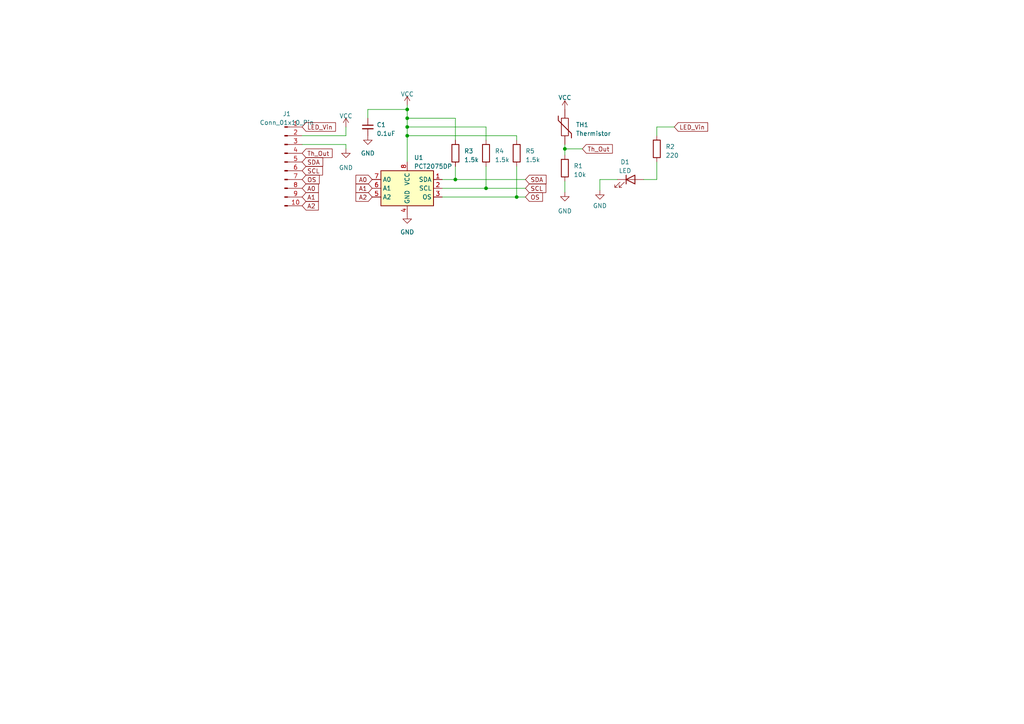
<source format=kicad_sch>
(kicad_sch (version 20230121) (generator eeschema)

  (uuid 9f9a26a9-ae04-400f-b89b-831b78dd08ca)

  (paper "A4")

  (lib_symbols
    (symbol "Connector:Conn_01x10_Pin" (pin_names (offset 1.016) hide) (in_bom yes) (on_board yes)
      (property "Reference" "J" (at 0 12.7 0)
        (effects (font (size 1.27 1.27)))
      )
      (property "Value" "Conn_01x10_Pin" (at 0 -15.24 0)
        (effects (font (size 1.27 1.27)))
      )
      (property "Footprint" "" (at 0 0 0)
        (effects (font (size 1.27 1.27)) hide)
      )
      (property "Datasheet" "~" (at 0 0 0)
        (effects (font (size 1.27 1.27)) hide)
      )
      (property "ki_locked" "" (at 0 0 0)
        (effects (font (size 1.27 1.27)))
      )
      (property "ki_keywords" "connector" (at 0 0 0)
        (effects (font (size 1.27 1.27)) hide)
      )
      (property "ki_description" "Generic connector, single row, 01x10, script generated" (at 0 0 0)
        (effects (font (size 1.27 1.27)) hide)
      )
      (property "ki_fp_filters" "Connector*:*_1x??_*" (at 0 0 0)
        (effects (font (size 1.27 1.27)) hide)
      )
      (symbol "Conn_01x10_Pin_1_1"
        (polyline
          (pts
            (xy 1.27 -12.7)
            (xy 0.8636 -12.7)
          )
          (stroke (width 0.1524) (type default))
          (fill (type none))
        )
        (polyline
          (pts
            (xy 1.27 -10.16)
            (xy 0.8636 -10.16)
          )
          (stroke (width 0.1524) (type default))
          (fill (type none))
        )
        (polyline
          (pts
            (xy 1.27 -7.62)
            (xy 0.8636 -7.62)
          )
          (stroke (width 0.1524) (type default))
          (fill (type none))
        )
        (polyline
          (pts
            (xy 1.27 -5.08)
            (xy 0.8636 -5.08)
          )
          (stroke (width 0.1524) (type default))
          (fill (type none))
        )
        (polyline
          (pts
            (xy 1.27 -2.54)
            (xy 0.8636 -2.54)
          )
          (stroke (width 0.1524) (type default))
          (fill (type none))
        )
        (polyline
          (pts
            (xy 1.27 0)
            (xy 0.8636 0)
          )
          (stroke (width 0.1524) (type default))
          (fill (type none))
        )
        (polyline
          (pts
            (xy 1.27 2.54)
            (xy 0.8636 2.54)
          )
          (stroke (width 0.1524) (type default))
          (fill (type none))
        )
        (polyline
          (pts
            (xy 1.27 5.08)
            (xy 0.8636 5.08)
          )
          (stroke (width 0.1524) (type default))
          (fill (type none))
        )
        (polyline
          (pts
            (xy 1.27 7.62)
            (xy 0.8636 7.62)
          )
          (stroke (width 0.1524) (type default))
          (fill (type none))
        )
        (polyline
          (pts
            (xy 1.27 10.16)
            (xy 0.8636 10.16)
          )
          (stroke (width 0.1524) (type default))
          (fill (type none))
        )
        (rectangle (start 0.8636 -12.573) (end 0 -12.827)
          (stroke (width 0.1524) (type default))
          (fill (type outline))
        )
        (rectangle (start 0.8636 -10.033) (end 0 -10.287)
          (stroke (width 0.1524) (type default))
          (fill (type outline))
        )
        (rectangle (start 0.8636 -7.493) (end 0 -7.747)
          (stroke (width 0.1524) (type default))
          (fill (type outline))
        )
        (rectangle (start 0.8636 -4.953) (end 0 -5.207)
          (stroke (width 0.1524) (type default))
          (fill (type outline))
        )
        (rectangle (start 0.8636 -2.413) (end 0 -2.667)
          (stroke (width 0.1524) (type default))
          (fill (type outline))
        )
        (rectangle (start 0.8636 0.127) (end 0 -0.127)
          (stroke (width 0.1524) (type default))
          (fill (type outline))
        )
        (rectangle (start 0.8636 2.667) (end 0 2.413)
          (stroke (width 0.1524) (type default))
          (fill (type outline))
        )
        (rectangle (start 0.8636 5.207) (end 0 4.953)
          (stroke (width 0.1524) (type default))
          (fill (type outline))
        )
        (rectangle (start 0.8636 7.747) (end 0 7.493)
          (stroke (width 0.1524) (type default))
          (fill (type outline))
        )
        (rectangle (start 0.8636 10.287) (end 0 10.033)
          (stroke (width 0.1524) (type default))
          (fill (type outline))
        )
        (pin passive line (at 5.08 10.16 180) (length 3.81)
          (name "Pin_1" (effects (font (size 1.27 1.27))))
          (number "1" (effects (font (size 1.27 1.27))))
        )
        (pin passive line (at 5.08 -12.7 180) (length 3.81)
          (name "Pin_10" (effects (font (size 1.27 1.27))))
          (number "10" (effects (font (size 1.27 1.27))))
        )
        (pin passive line (at 5.08 7.62 180) (length 3.81)
          (name "Pin_2" (effects (font (size 1.27 1.27))))
          (number "2" (effects (font (size 1.27 1.27))))
        )
        (pin passive line (at 5.08 5.08 180) (length 3.81)
          (name "Pin_3" (effects (font (size 1.27 1.27))))
          (number "3" (effects (font (size 1.27 1.27))))
        )
        (pin passive line (at 5.08 2.54 180) (length 3.81)
          (name "Pin_4" (effects (font (size 1.27 1.27))))
          (number "4" (effects (font (size 1.27 1.27))))
        )
        (pin passive line (at 5.08 0 180) (length 3.81)
          (name "Pin_5" (effects (font (size 1.27 1.27))))
          (number "5" (effects (font (size 1.27 1.27))))
        )
        (pin passive line (at 5.08 -2.54 180) (length 3.81)
          (name "Pin_6" (effects (font (size 1.27 1.27))))
          (number "6" (effects (font (size 1.27 1.27))))
        )
        (pin passive line (at 5.08 -5.08 180) (length 3.81)
          (name "Pin_7" (effects (font (size 1.27 1.27))))
          (number "7" (effects (font (size 1.27 1.27))))
        )
        (pin passive line (at 5.08 -7.62 180) (length 3.81)
          (name "Pin_8" (effects (font (size 1.27 1.27))))
          (number "8" (effects (font (size 1.27 1.27))))
        )
        (pin passive line (at 5.08 -10.16 180) (length 3.81)
          (name "Pin_9" (effects (font (size 1.27 1.27))))
          (number "9" (effects (font (size 1.27 1.27))))
        )
      )
    )
    (symbol "Device:C_Small" (pin_numbers hide) (pin_names (offset 0.254) hide) (in_bom yes) (on_board yes)
      (property "Reference" "C" (at 0.254 1.778 0)
        (effects (font (size 1.27 1.27)) (justify left))
      )
      (property "Value" "C_Small" (at 0.254 -2.032 0)
        (effects (font (size 1.27 1.27)) (justify left))
      )
      (property "Footprint" "" (at 0 0 0)
        (effects (font (size 1.27 1.27)) hide)
      )
      (property "Datasheet" "~" (at 0 0 0)
        (effects (font (size 1.27 1.27)) hide)
      )
      (property "ki_keywords" "capacitor cap" (at 0 0 0)
        (effects (font (size 1.27 1.27)) hide)
      )
      (property "ki_description" "Unpolarized capacitor, small symbol" (at 0 0 0)
        (effects (font (size 1.27 1.27)) hide)
      )
      (property "ki_fp_filters" "C_*" (at 0 0 0)
        (effects (font (size 1.27 1.27)) hide)
      )
      (symbol "C_Small_0_1"
        (polyline
          (pts
            (xy -1.524 -0.508)
            (xy 1.524 -0.508)
          )
          (stroke (width 0.3302) (type default))
          (fill (type none))
        )
        (polyline
          (pts
            (xy -1.524 0.508)
            (xy 1.524 0.508)
          )
          (stroke (width 0.3048) (type default))
          (fill (type none))
        )
      )
      (symbol "C_Small_1_1"
        (pin passive line (at 0 2.54 270) (length 2.032)
          (name "~" (effects (font (size 1.27 1.27))))
          (number "1" (effects (font (size 1.27 1.27))))
        )
        (pin passive line (at 0 -2.54 90) (length 2.032)
          (name "~" (effects (font (size 1.27 1.27))))
          (number "2" (effects (font (size 1.27 1.27))))
        )
      )
    )
    (symbol "Device:LED" (pin_numbers hide) (pin_names (offset 1.016) hide) (in_bom yes) (on_board yes)
      (property "Reference" "D" (at 0 2.54 0)
        (effects (font (size 1.27 1.27)))
      )
      (property "Value" "LED" (at 0 -2.54 0)
        (effects (font (size 1.27 1.27)))
      )
      (property "Footprint" "" (at 0 0 0)
        (effects (font (size 1.27 1.27)) hide)
      )
      (property "Datasheet" "~" (at 0 0 0)
        (effects (font (size 1.27 1.27)) hide)
      )
      (property "ki_keywords" "LED diode" (at 0 0 0)
        (effects (font (size 1.27 1.27)) hide)
      )
      (property "ki_description" "Light emitting diode" (at 0 0 0)
        (effects (font (size 1.27 1.27)) hide)
      )
      (property "ki_fp_filters" "LED* LED_SMD:* LED_THT:*" (at 0 0 0)
        (effects (font (size 1.27 1.27)) hide)
      )
      (symbol "LED_0_1"
        (polyline
          (pts
            (xy -1.27 -1.27)
            (xy -1.27 1.27)
          )
          (stroke (width 0.254) (type default))
          (fill (type none))
        )
        (polyline
          (pts
            (xy -1.27 0)
            (xy 1.27 0)
          )
          (stroke (width 0) (type default))
          (fill (type none))
        )
        (polyline
          (pts
            (xy 1.27 -1.27)
            (xy 1.27 1.27)
            (xy -1.27 0)
            (xy 1.27 -1.27)
          )
          (stroke (width 0.254) (type default))
          (fill (type none))
        )
        (polyline
          (pts
            (xy -3.048 -0.762)
            (xy -4.572 -2.286)
            (xy -3.81 -2.286)
            (xy -4.572 -2.286)
            (xy -4.572 -1.524)
          )
          (stroke (width 0) (type default))
          (fill (type none))
        )
        (polyline
          (pts
            (xy -1.778 -0.762)
            (xy -3.302 -2.286)
            (xy -2.54 -2.286)
            (xy -3.302 -2.286)
            (xy -3.302 -1.524)
          )
          (stroke (width 0) (type default))
          (fill (type none))
        )
      )
      (symbol "LED_1_1"
        (pin passive line (at -3.81 0 0) (length 2.54)
          (name "K" (effects (font (size 1.27 1.27))))
          (number "1" (effects (font (size 1.27 1.27))))
        )
        (pin passive line (at 3.81 0 180) (length 2.54)
          (name "A" (effects (font (size 1.27 1.27))))
          (number "2" (effects (font (size 1.27 1.27))))
        )
      )
    )
    (symbol "Device:R" (pin_numbers hide) (pin_names (offset 0)) (in_bom yes) (on_board yes)
      (property "Reference" "R" (at 2.032 0 90)
        (effects (font (size 1.27 1.27)))
      )
      (property "Value" "R" (at 0 0 90)
        (effects (font (size 1.27 1.27)))
      )
      (property "Footprint" "" (at -1.778 0 90)
        (effects (font (size 1.27 1.27)) hide)
      )
      (property "Datasheet" "~" (at 0 0 0)
        (effects (font (size 1.27 1.27)) hide)
      )
      (property "ki_keywords" "R res resistor" (at 0 0 0)
        (effects (font (size 1.27 1.27)) hide)
      )
      (property "ki_description" "Resistor" (at 0 0 0)
        (effects (font (size 1.27 1.27)) hide)
      )
      (property "ki_fp_filters" "R_*" (at 0 0 0)
        (effects (font (size 1.27 1.27)) hide)
      )
      (symbol "R_0_1"
        (rectangle (start -1.016 -2.54) (end 1.016 2.54)
          (stroke (width 0.254) (type default))
          (fill (type none))
        )
      )
      (symbol "R_1_1"
        (pin passive line (at 0 3.81 270) (length 1.27)
          (name "~" (effects (font (size 1.27 1.27))))
          (number "1" (effects (font (size 1.27 1.27))))
        )
        (pin passive line (at 0 -3.81 90) (length 1.27)
          (name "~" (effects (font (size 1.27 1.27))))
          (number "2" (effects (font (size 1.27 1.27))))
        )
      )
    )
    (symbol "Device:Thermistor" (pin_numbers hide) (pin_names (offset 0)) (in_bom yes) (on_board yes)
      (property "Reference" "TH" (at 2.54 1.27 90)
        (effects (font (size 1.27 1.27)))
      )
      (property "Value" "Thermistor" (at -2.54 0 90)
        (effects (font (size 1.27 1.27)) (justify bottom))
      )
      (property "Footprint" "" (at 0 0 0)
        (effects (font (size 1.27 1.27)) hide)
      )
      (property "Datasheet" "~" (at 0 0 0)
        (effects (font (size 1.27 1.27)) hide)
      )
      (property "ki_keywords" "R res thermistor" (at 0 0 0)
        (effects (font (size 1.27 1.27)) hide)
      )
      (property "ki_description" "Temperature dependent resistor" (at 0 0 0)
        (effects (font (size 1.27 1.27)) hide)
      )
      (property "ki_fp_filters" "R_*" (at 0 0 0)
        (effects (font (size 1.27 1.27)) hide)
      )
      (symbol "Thermistor_0_1"
        (rectangle (start -1.016 2.54) (end 1.016 -2.54)
          (stroke (width 0.2032) (type default))
          (fill (type none))
        )
        (polyline
          (pts
            (xy -1.905 3.175)
            (xy -1.905 1.905)
            (xy 1.905 -1.905)
            (xy 1.905 -3.175)
            (xy 1.905 -3.175)
          )
          (stroke (width 0.254) (type default))
          (fill (type none))
        )
      )
      (symbol "Thermistor_1_1"
        (pin passive line (at 0 5.08 270) (length 2.54)
          (name "~" (effects (font (size 1.27 1.27))))
          (number "1" (effects (font (size 1.27 1.27))))
        )
        (pin passive line (at 0 -5.08 90) (length 2.54)
          (name "~" (effects (font (size 1.27 1.27))))
          (number "2" (effects (font (size 1.27 1.27))))
        )
      )
    )
    (symbol "Sensor_Temperature:PCT2075DP" (in_bom yes) (on_board yes)
      (property "Reference" "U" (at -6.35 6.35 0)
        (effects (font (size 1.27 1.27)))
      )
      (property "Value" "PCT2075DP" (at 6.35 6.35 0)
        (effects (font (size 1.27 1.27)))
      )
      (property "Footprint" "Package_SO:TSSOP-8_3x3mm_P0.65mm" (at 0 0 0)
        (effects (font (size 1.27 1.27)) hide)
      )
      (property "Datasheet" "https://www.nxp.com/docs/en/data-sheet/PCT2075.pdf" (at 0 0 0)
        (effects (font (size 1.27 1.27)) hide)
      )
      (property "ki_keywords" "temperature sensor I2C single channel" (at 0 0 0)
        (effects (font (size 1.27 1.27)) hide)
      )
      (property "ki_description" "NXP I2C-bus Fm+ digital temperature sensor and thermal watchdog, TSSOP-8" (at 0 0 0)
        (effects (font (size 1.27 1.27)) hide)
      )
      (property "ki_fp_filters" "TSSOP*3x3mm*P0.65mm*" (at 0 0 0)
        (effects (font (size 1.27 1.27)) hide)
      )
      (symbol "PCT2075DP_0_1"
        (rectangle (start -7.62 5.08) (end 7.62 -5.08)
          (stroke (width 0.254) (type default))
          (fill (type background))
        )
      )
      (symbol "PCT2075DP_1_1"
        (pin bidirectional line (at 10.16 2.54 180) (length 2.54)
          (name "SDA" (effects (font (size 1.27 1.27))))
          (number "1" (effects (font (size 1.27 1.27))))
        )
        (pin input line (at 10.16 0 180) (length 2.54)
          (name "SCL" (effects (font (size 1.27 1.27))))
          (number "2" (effects (font (size 1.27 1.27))))
        )
        (pin open_collector line (at 10.16 -2.54 180) (length 2.54)
          (name "OS" (effects (font (size 1.27 1.27))))
          (number "3" (effects (font (size 1.27 1.27))))
        )
        (pin power_in line (at 0 -7.62 90) (length 2.54)
          (name "GND" (effects (font (size 1.27 1.27))))
          (number "4" (effects (font (size 1.27 1.27))))
        )
        (pin input line (at -10.16 -2.54 0) (length 2.54)
          (name "A2" (effects (font (size 1.27 1.27))))
          (number "5" (effects (font (size 1.27 1.27))))
        )
        (pin input line (at -10.16 0 0) (length 2.54)
          (name "A1" (effects (font (size 1.27 1.27))))
          (number "6" (effects (font (size 1.27 1.27))))
        )
        (pin input line (at -10.16 2.54 0) (length 2.54)
          (name "A0" (effects (font (size 1.27 1.27))))
          (number "7" (effects (font (size 1.27 1.27))))
        )
        (pin power_in line (at 0 7.62 270) (length 2.54)
          (name "VCC" (effects (font (size 1.27 1.27))))
          (number "8" (effects (font (size 1.27 1.27))))
        )
      )
    )
    (symbol "power:GND" (power) (pin_names (offset 0)) (in_bom yes) (on_board yes)
      (property "Reference" "#PWR" (at 0 -6.35 0)
        (effects (font (size 1.27 1.27)) hide)
      )
      (property "Value" "GND" (at 0 -3.81 0)
        (effects (font (size 1.27 1.27)))
      )
      (property "Footprint" "" (at 0 0 0)
        (effects (font (size 1.27 1.27)) hide)
      )
      (property "Datasheet" "" (at 0 0 0)
        (effects (font (size 1.27 1.27)) hide)
      )
      (property "ki_keywords" "global power" (at 0 0 0)
        (effects (font (size 1.27 1.27)) hide)
      )
      (property "ki_description" "Power symbol creates a global label with name \"GND\" , ground" (at 0 0 0)
        (effects (font (size 1.27 1.27)) hide)
      )
      (symbol "GND_0_1"
        (polyline
          (pts
            (xy 0 0)
            (xy 0 -1.27)
            (xy 1.27 -1.27)
            (xy 0 -2.54)
            (xy -1.27 -1.27)
            (xy 0 -1.27)
          )
          (stroke (width 0) (type default))
          (fill (type none))
        )
      )
      (symbol "GND_1_1"
        (pin power_in line (at 0 0 270) (length 0) hide
          (name "GND" (effects (font (size 1.27 1.27))))
          (number "1" (effects (font (size 1.27 1.27))))
        )
      )
    )
    (symbol "power:VCC" (power) (pin_names (offset 0)) (in_bom yes) (on_board yes)
      (property "Reference" "#PWR" (at 0 -3.81 0)
        (effects (font (size 1.27 1.27)) hide)
      )
      (property "Value" "VCC" (at 0 3.81 0)
        (effects (font (size 1.27 1.27)))
      )
      (property "Footprint" "" (at 0 0 0)
        (effects (font (size 1.27 1.27)) hide)
      )
      (property "Datasheet" "" (at 0 0 0)
        (effects (font (size 1.27 1.27)) hide)
      )
      (property "ki_keywords" "global power" (at 0 0 0)
        (effects (font (size 1.27 1.27)) hide)
      )
      (property "ki_description" "Power symbol creates a global label with name \"VCC\"" (at 0 0 0)
        (effects (font (size 1.27 1.27)) hide)
      )
      (symbol "VCC_0_1"
        (polyline
          (pts
            (xy -0.762 1.27)
            (xy 0 2.54)
          )
          (stroke (width 0) (type default))
          (fill (type none))
        )
        (polyline
          (pts
            (xy 0 0)
            (xy 0 2.54)
          )
          (stroke (width 0) (type default))
          (fill (type none))
        )
        (polyline
          (pts
            (xy 0 2.54)
            (xy 0.762 1.27)
          )
          (stroke (width 0) (type default))
          (fill (type none))
        )
      )
      (symbol "VCC_1_1"
        (pin power_in line (at 0 0 90) (length 0) hide
          (name "VCC" (effects (font (size 1.27 1.27))))
          (number "1" (effects (font (size 1.27 1.27))))
        )
      )
    )
  )

  (junction (at 118.11 34.29) (diameter 0) (color 0 0 0 0)
    (uuid 0e407719-6d2a-416f-847e-ec4829fe194f)
  )
  (junction (at 118.11 36.83) (diameter 0) (color 0 0 0 0)
    (uuid 40c2b864-6e83-49ca-ac6a-4d314edb32fc)
  )
  (junction (at 163.83 43.18) (diameter 0) (color 0 0 0 0)
    (uuid 664a245e-cb3c-40d5-bbe0-b68389810b3d)
  )
  (junction (at 118.11 31.75) (diameter 0) (color 0 0 0 0)
    (uuid 66bff352-98f1-450f-b114-75a7311764e3)
  )
  (junction (at 149.86 57.15) (diameter 0) (color 0 0 0 0)
    (uuid a1b47865-eec3-4801-a2a7-4c4b00b78744)
  )
  (junction (at 118.11 39.37) (diameter 0) (color 0 0 0 0)
    (uuid ae401e6a-c3ef-4405-bd66-cb73c56121bd)
  )
  (junction (at 132.08 52.07) (diameter 0) (color 0 0 0 0)
    (uuid dd9c84db-2980-4b03-869a-2affe1f329d7)
  )
  (junction (at 140.97 54.61) (diameter 0) (color 0 0 0 0)
    (uuid ebe06efc-86da-4fce-b923-b2631c056dcc)
  )

  (wire (pts (xy 190.5 46.99) (xy 190.5 52.07))
    (stroke (width 0) (type default))
    (uuid 032c8fce-1f57-4b83-8f69-141102c8df6e)
  )
  (wire (pts (xy 106.68 31.75) (xy 106.68 34.29))
    (stroke (width 0) (type default))
    (uuid 16856f12-7ca5-45fd-93ac-0c69f23fada6)
  )
  (wire (pts (xy 118.11 36.83) (xy 140.97 36.83))
    (stroke (width 0) (type default))
    (uuid 16fc9907-ab6f-4056-9cb4-396230d73e92)
  )
  (wire (pts (xy 163.83 43.18) (xy 163.83 44.958))
    (stroke (width 0) (type default))
    (uuid 176aff4e-dcd7-480c-8b29-3acd56103438)
  )
  (wire (pts (xy 140.97 48.26) (xy 140.97 54.61))
    (stroke (width 0) (type default))
    (uuid 1de1c605-8804-4ebe-8491-2e209efd9ac3)
  )
  (wire (pts (xy 163.83 43.18) (xy 168.91 43.18))
    (stroke (width 0) (type default))
    (uuid 1f555b26-6d8f-4480-9d86-8b1500359c61)
  )
  (wire (pts (xy 149.86 57.15) (xy 152.4 57.15))
    (stroke (width 0) (type default))
    (uuid 20bcdd3a-04fd-475c-ba67-ea720437357d)
  )
  (wire (pts (xy 128.27 54.61) (xy 140.97 54.61))
    (stroke (width 0) (type default))
    (uuid 215a9ebe-4038-4910-806d-e2e4aa070a89)
  )
  (wire (pts (xy 173.99 52.07) (xy 173.99 55.245))
    (stroke (width 0) (type default))
    (uuid 2304a345-6967-4ce5-b86e-d6c04f1eebd1)
  )
  (wire (pts (xy 163.83 41.91) (xy 163.83 43.18))
    (stroke (width 0) (type default))
    (uuid 2c949d41-3fb8-4eb2-a601-8d134015b0f3)
  )
  (wire (pts (xy 118.11 34.29) (xy 132.08 34.29))
    (stroke (width 0) (type default))
    (uuid 3535f40c-4690-4f2c-ab6e-598f27b545a8)
  )
  (wire (pts (xy 118.11 34.29) (xy 118.11 36.83))
    (stroke (width 0) (type default))
    (uuid 46382337-7126-4b6d-94ee-28bfba56823f)
  )
  (wire (pts (xy 118.11 36.83) (xy 118.11 39.37))
    (stroke (width 0) (type default))
    (uuid 46ee9b41-911f-47c3-8524-047d96e7ca56)
  )
  (wire (pts (xy 128.27 52.07) (xy 132.08 52.07))
    (stroke (width 0) (type default))
    (uuid 4afe85a7-dc04-4a79-a1e1-dc718ea2f46b)
  )
  (wire (pts (xy 128.27 57.15) (xy 149.86 57.15))
    (stroke (width 0) (type default))
    (uuid 4d0b3e55-db19-4feb-9c7b-4731af1d5089)
  )
  (wire (pts (xy 118.11 30.48) (xy 118.11 31.75))
    (stroke (width 0) (type default))
    (uuid 4e6ae903-f754-4272-ba7b-a6a5a3a14537)
  )
  (wire (pts (xy 149.86 40.64) (xy 149.86 39.37))
    (stroke (width 0) (type default))
    (uuid 4f852a26-e3e9-46f8-9554-5d20c869cb5c)
  )
  (wire (pts (xy 179.07 52.07) (xy 173.99 52.07))
    (stroke (width 0) (type default))
    (uuid 4feccc1c-7fa4-4b55-ba24-fd812e3afa98)
  )
  (wire (pts (xy 190.5 52.07) (xy 186.69 52.07))
    (stroke (width 0) (type default))
    (uuid 5ff30aa3-1cf2-47df-8111-54720e3f3c38)
  )
  (wire (pts (xy 190.5 36.83) (xy 195.58 36.83))
    (stroke (width 0) (type default))
    (uuid 6d254949-483b-4828-b8df-0f5080ec19df)
  )
  (wire (pts (xy 118.11 31.75) (xy 106.68 31.75))
    (stroke (width 0) (type default))
    (uuid 702182ec-e166-4a99-bfc5-98c99c7872df)
  )
  (wire (pts (xy 132.08 48.26) (xy 132.08 52.07))
    (stroke (width 0) (type default))
    (uuid 86e49a60-d3ff-4f1e-947a-a2dc22fdbd71)
  )
  (wire (pts (xy 163.83 52.578) (xy 163.83 55.753))
    (stroke (width 0) (type default))
    (uuid 912a7532-26a2-4f8a-bac0-1caee4fa68b7)
  )
  (wire (pts (xy 87.63 41.91) (xy 100.33 41.91))
    (stroke (width 0) (type default))
    (uuid 95ac58f8-bc04-4063-ab6f-6ab0fc18734e)
  )
  (wire (pts (xy 87.63 39.37) (xy 100.33 39.37))
    (stroke (width 0) (type default))
    (uuid 962ee917-97e5-44ee-afd3-15bdf335cefe)
  )
  (wire (pts (xy 149.86 39.37) (xy 118.11 39.37))
    (stroke (width 0) (type default))
    (uuid 97f3c2d8-f946-4b90-a898-14cd208b26d9)
  )
  (wire (pts (xy 118.11 31.75) (xy 118.11 34.29))
    (stroke (width 0) (type default))
    (uuid 9b97e74d-d6fb-492f-ae5f-7b43efcf1fcb)
  )
  (wire (pts (xy 190.5 39.37) (xy 190.5 36.83))
    (stroke (width 0) (type default))
    (uuid 9bfd4fc2-fe2d-49af-984b-6fa12ce9fedf)
  )
  (wire (pts (xy 132.08 34.29) (xy 132.08 40.64))
    (stroke (width 0) (type default))
    (uuid 9d3e7fb4-402e-452c-9b91-be1c5afae34d)
  )
  (wire (pts (xy 140.97 36.83) (xy 140.97 40.64))
    (stroke (width 0) (type default))
    (uuid 9ff07c07-a658-49ea-9286-1e133d650537)
  )
  (wire (pts (xy 140.97 54.61) (xy 152.4 54.61))
    (stroke (width 0) (type default))
    (uuid a1778458-f6b3-4257-9fdd-c2968a700c60)
  )
  (wire (pts (xy 100.33 41.91) (xy 100.33 43.18))
    (stroke (width 0) (type default))
    (uuid b53b94dc-6ec3-4f0d-84fd-e0379d48323d)
  )
  (wire (pts (xy 100.33 39.37) (xy 100.33 36.83))
    (stroke (width 0) (type default))
    (uuid c09aaddb-64aa-4e66-ae4d-9858230f9a38)
  )
  (wire (pts (xy 132.08 52.07) (xy 152.4 52.07))
    (stroke (width 0) (type default))
    (uuid cbfcae9f-bba0-4798-9c3d-dd79c5328cea)
  )
  (wire (pts (xy 118.11 39.37) (xy 118.11 46.99))
    (stroke (width 0) (type default))
    (uuid da52b61a-48b4-4a39-903c-93efabc40e3b)
  )
  (wire (pts (xy 149.86 48.26) (xy 149.86 57.15))
    (stroke (width 0) (type default))
    (uuid e7a4cdc7-3ab4-4260-98d5-fd1fa608e400)
  )

  (global_label "LED_Vin" (shape input) (at 195.58 36.83 0) (fields_autoplaced)
    (effects (font (size 1.27 1.27)) (justify left))
    (uuid 154859f2-4095-420a-9100-fe51bc1f3fd4)
    (property "Intersheetrefs" "${INTERSHEET_REFS}" (at 205.7429 36.83 0)
      (effects (font (size 1.27 1.27)) (justify left) hide)
    )
  )
  (global_label "Th_Out" (shape input) (at 168.91 43.18 0) (fields_autoplaced)
    (effects (font (size 1.27 1.27)) (justify left))
    (uuid 41dee730-fa7c-45df-88ff-1e85521eb15e)
    (property "Intersheetrefs" "${INTERSHEET_REFS}" (at 178.1052 43.18 0)
      (effects (font (size 1.27 1.27)) (justify left) hide)
    )
  )
  (global_label "A2" (shape input) (at 107.95 57.15 180) (fields_autoplaced)
    (effects (font (size 1.27 1.27)) (justify right))
    (uuid 53cf224e-099d-4492-99d2-7c85f651e0de)
    (property "Intersheetrefs" "${INTERSHEET_REFS}" (at 102.7461 57.15 0)
      (effects (font (size 1.27 1.27)) (justify right) hide)
    )
  )
  (global_label "A1" (shape input) (at 87.63 57.15 0) (fields_autoplaced)
    (effects (font (size 1.27 1.27)) (justify left))
    (uuid 8f1da2ad-5741-44ba-9a48-ce7b1dcfe9cd)
    (property "Intersheetrefs" "${INTERSHEET_REFS}" (at 92.8339 57.15 0)
      (effects (font (size 1.27 1.27)) (justify left) hide)
    )
  )
  (global_label "OS" (shape input) (at 87.63 52.07 0) (fields_autoplaced)
    (effects (font (size 1.27 1.27)) (justify left))
    (uuid ac2d1fe1-1492-41a4-9001-ff002b8a0d8c)
    (property "Intersheetrefs" "${INTERSHEET_REFS}" (at 93.0758 52.07 0)
      (effects (font (size 1.27 1.27)) (justify left) hide)
    )
  )
  (global_label "SCL" (shape input) (at 87.63 49.53 0) (fields_autoplaced)
    (effects (font (size 1.27 1.27)) (justify left))
    (uuid b928d984-a7e2-416a-927e-438f2e1e779f)
    (property "Intersheetrefs" "${INTERSHEET_REFS}" (at 94.0434 49.53 0)
      (effects (font (size 1.27 1.27)) (justify left) hide)
    )
  )
  (global_label "A2" (shape input) (at 87.63 59.69 0) (fields_autoplaced)
    (effects (font (size 1.27 1.27)) (justify left))
    (uuid c30523ed-0af4-461a-a5ec-2c73d5e897d2)
    (property "Intersheetrefs" "${INTERSHEET_REFS}" (at 92.8339 59.69 0)
      (effects (font (size 1.27 1.27)) (justify left) hide)
    )
  )
  (global_label "OS" (shape input) (at 152.4 57.15 0) (fields_autoplaced)
    (effects (font (size 1.27 1.27)) (justify left))
    (uuid c97f253a-11dd-4b32-96af-74127792a527)
    (property "Intersheetrefs" "${INTERSHEET_REFS}" (at 157.8458 57.15 0)
      (effects (font (size 1.27 1.27)) (justify left) hide)
    )
  )
  (global_label "SDA" (shape input) (at 87.63 46.99 0) (fields_autoplaced)
    (effects (font (size 1.27 1.27)) (justify left))
    (uuid cd1110c4-0809-4032-9107-b485bbd05025)
    (property "Intersheetrefs" "${INTERSHEET_REFS}" (at 94.1039 46.99 0)
      (effects (font (size 1.27 1.27)) (justify left) hide)
    )
  )
  (global_label "A1" (shape input) (at 107.95 54.61 180) (fields_autoplaced)
    (effects (font (size 1.27 1.27)) (justify right))
    (uuid d1396320-f42a-40df-abba-81fc03888910)
    (property "Intersheetrefs" "${INTERSHEET_REFS}" (at 102.7461 54.61 0)
      (effects (font (size 1.27 1.27)) (justify right) hide)
    )
  )
  (global_label "Th_Out" (shape input) (at 87.63 44.45 0) (fields_autoplaced)
    (effects (font (size 1.27 1.27)) (justify left))
    (uuid e3aaf129-f1c7-43bd-8caf-ac26ae5241e6)
    (property "Intersheetrefs" "${INTERSHEET_REFS}" (at 96.8252 44.45 0)
      (effects (font (size 1.27 1.27)) (justify left) hide)
    )
  )
  (global_label "A0" (shape input) (at 107.95 52.07 180) (fields_autoplaced)
    (effects (font (size 1.27 1.27)) (justify right))
    (uuid e8920cdd-2393-40ab-a065-5a1788c04f1e)
    (property "Intersheetrefs" "${INTERSHEET_REFS}" (at 102.7461 52.07 0)
      (effects (font (size 1.27 1.27)) (justify right) hide)
    )
  )
  (global_label "SDA" (shape input) (at 152.4 52.07 0) (fields_autoplaced)
    (effects (font (size 1.27 1.27)) (justify left))
    (uuid ec76594f-2e7f-412b-9e74-ab40bbd48d26)
    (property "Intersheetrefs" "${INTERSHEET_REFS}" (at 158.8739 52.07 0)
      (effects (font (size 1.27 1.27)) (justify left) hide)
    )
  )
  (global_label "A0" (shape input) (at 87.63 54.61 0) (fields_autoplaced)
    (effects (font (size 1.27 1.27)) (justify left))
    (uuid f4dea675-10bf-4a4d-88b4-a056d4b54552)
    (property "Intersheetrefs" "${INTERSHEET_REFS}" (at 92.8339 54.61 0)
      (effects (font (size 1.27 1.27)) (justify left) hide)
    )
  )
  (global_label "SCL" (shape input) (at 152.4 54.61 0) (fields_autoplaced)
    (effects (font (size 1.27 1.27)) (justify left))
    (uuid f5347444-dc77-46c5-8306-c747abadc78d)
    (property "Intersheetrefs" "${INTERSHEET_REFS}" (at 158.8134 54.61 0)
      (effects (font (size 1.27 1.27)) (justify left) hide)
    )
  )
  (global_label "LED_Vin" (shape input) (at 87.63 36.83 0) (fields_autoplaced)
    (effects (font (size 1.27 1.27)) (justify left))
    (uuid f927823d-8248-48cc-859a-b6e4cd162d95)
    (property "Intersheetrefs" "${INTERSHEET_REFS}" (at 97.7929 36.83 0)
      (effects (font (size 1.27 1.27)) (justify left) hide)
    )
  )

  (symbol (lib_id "Device:Thermistor") (at 163.83 36.83 0) (unit 1)
    (in_bom yes) (on_board yes) (dnp no) (fields_autoplaced)
    (uuid 0fc40bec-0447-4b01-83dd-1b905ff02055)
    (property "Reference" "TH1" (at 167.005 36.195 0)
      (effects (font (size 1.27 1.27)) (justify left))
    )
    (property "Value" "Thermistor" (at 167.005 38.735 0)
      (effects (font (size 1.27 1.27)) (justify left))
    )
    (property "Footprint" "Resistor_SMD:R_0603_1608Metric_Pad0.98x0.95mm_HandSolder" (at 163.83 36.83 0)
      (effects (font (size 1.27 1.27)) hide)
    )
    (property "Datasheet" "~" (at 163.83 36.83 0)
      (effects (font (size 1.27 1.27)) hide)
    )
    (pin "1" (uuid 67fa0d5c-5596-44c1-b14e-a1a94e068097))
    (pin "2" (uuid b9abd8ed-c48c-44fb-b421-eaed63bfbafe))
    (instances
      (project "hw2breakout"
        (path "/9f9a26a9-ae04-400f-b89b-831b78dd08ca"
          (reference "TH1") (unit 1)
        )
      )
    )
  )

  (symbol (lib_id "Sensor_Temperature:PCT2075DP") (at 118.11 54.61 0) (unit 1)
    (in_bom yes) (on_board yes) (dnp no) (fields_autoplaced)
    (uuid 1aeee47e-6259-4c02-a2bd-b0de438a2d4d)
    (property "Reference" "U1" (at 120.0659 45.72 0)
      (effects (font (size 1.27 1.27)) (justify left))
    )
    (property "Value" "PCT2075DP" (at 120.0659 48.26 0)
      (effects (font (size 1.27 1.27)) (justify left))
    )
    (property "Footprint" "Package_SO:TSSOP-8_3x3mm_P0.65mm" (at 118.11 54.61 0)
      (effects (font (size 1.27 1.27)) hide)
    )
    (property "Datasheet" "https://www.nxp.com/docs/en/data-sheet/PCT2075.pdf" (at 118.11 54.61 0)
      (effects (font (size 1.27 1.27)) hide)
    )
    (pin "1" (uuid 563acdc1-a824-411b-885f-cb3da1e7eaaa))
    (pin "2" (uuid ad49fa62-2b19-4224-8003-8b8cb045db21))
    (pin "3" (uuid 956710fc-3579-44b5-ad00-3769519321f9))
    (pin "4" (uuid 0fc64e0f-f438-4b72-be6d-4f0eabff1ab1))
    (pin "5" (uuid 4dbd34fc-04b0-4099-aa35-669f0138fc8d))
    (pin "6" (uuid 778b4b92-bcdf-47d8-aaad-ccf27f458dc7))
    (pin "7" (uuid ceb59747-c9ba-47d1-b7ec-a13ff7297105))
    (pin "8" (uuid 2ab71f1f-4492-4042-a176-1ebff06ea1f4))
    (instances
      (project "hw2breakout"
        (path "/9f9a26a9-ae04-400f-b89b-831b78dd08ca"
          (reference "U1") (unit 1)
        )
      )
    )
  )

  (symbol (lib_id "Device:R") (at 132.08 44.45 0) (unit 1)
    (in_bom yes) (on_board yes) (dnp no)
    (uuid 1def24d0-a14b-4328-b924-f26f8c92e7c4)
    (property "Reference" "R3" (at 134.62 43.815 0)
      (effects (font (size 1.27 1.27)) (justify left))
    )
    (property "Value" "1.5k" (at 134.62 46.355 0)
      (effects (font (size 1.27 1.27)) (justify left))
    )
    (property "Footprint" "Resistor_THT:R_Axial_DIN0207_L6.3mm_D2.5mm_P10.16mm_Horizontal" (at 130.302 44.45 90)
      (effects (font (size 1.27 1.27)) hide)
    )
    (property "Datasheet" "~" (at 132.08 44.45 0)
      (effects (font (size 1.27 1.27)) hide)
    )
    (pin "1" (uuid 29e7dd6e-eeeb-47b6-b42c-7b3f294132e0))
    (pin "2" (uuid 8b89fb12-2190-424b-b01d-d2205fad19e9))
    (instances
      (project "hw2breakout"
        (path "/9f9a26a9-ae04-400f-b89b-831b78dd08ca"
          (reference "R3") (unit 1)
        )
      )
    )
  )

  (symbol (lib_id "Device:R") (at 163.83 48.768 0) (unit 1)
    (in_bom yes) (on_board yes) (dnp no) (fields_autoplaced)
    (uuid 22dc875f-5f5c-40a9-b85f-85dc322a6a71)
    (property "Reference" "R1" (at 166.37 48.133 0)
      (effects (font (size 1.27 1.27)) (justify left))
    )
    (property "Value" "10k" (at 166.37 50.673 0)
      (effects (font (size 1.27 1.27)) (justify left))
    )
    (property "Footprint" "Resistor_THT:R_Axial_DIN0207_L6.3mm_D2.5mm_P10.16mm_Horizontal" (at 162.052 48.768 90)
      (effects (font (size 1.27 1.27)) hide)
    )
    (property "Datasheet" "~" (at 163.83 48.768 0)
      (effects (font (size 1.27 1.27)) hide)
    )
    (pin "1" (uuid d28f81bc-3515-4b4d-9224-36675e6ddb41))
    (pin "2" (uuid ee4a79bb-bef4-4b1d-8a3a-586324934dfc))
    (instances
      (project "hw2breakout"
        (path "/9f9a26a9-ae04-400f-b89b-831b78dd08ca"
          (reference "R1") (unit 1)
        )
      )
    )
  )

  (symbol (lib_id "Device:LED") (at 182.88 52.07 0) (unit 1)
    (in_bom yes) (on_board yes) (dnp no) (fields_autoplaced)
    (uuid 2bdd924f-cc41-42e3-af99-938551e8c98a)
    (property "Reference" "D1" (at 181.2925 46.99 0)
      (effects (font (size 1.27 1.27)))
    )
    (property "Value" "LED" (at 181.2925 49.53 0)
      (effects (font (size 1.27 1.27)))
    )
    (property "Footprint" "LED_SMD:LED_0805_2012Metric_Pad1.15x1.40mm_HandSolder" (at 182.88 52.07 0)
      (effects (font (size 1.27 1.27)) hide)
    )
    (property "Datasheet" "~" (at 182.88 52.07 0)
      (effects (font (size 1.27 1.27)) hide)
    )
    (pin "1" (uuid 415cf464-5589-47b4-8350-82688a28bffb))
    (pin "2" (uuid 726754c5-2e5e-492c-b2a8-51a18ccd72cb))
    (instances
      (project "hw2breakout"
        (path "/9f9a26a9-ae04-400f-b89b-831b78dd08ca"
          (reference "D1") (unit 1)
        )
      )
    )
  )

  (symbol (lib_id "power:VCC") (at 100.33 36.83 0) (unit 1)
    (in_bom yes) (on_board yes) (dnp no) (fields_autoplaced)
    (uuid 3c0cbbfb-64cd-46cb-8ae6-0283712b8395)
    (property "Reference" "#PWR03" (at 100.33 40.64 0)
      (effects (font (size 1.27 1.27)) hide)
    )
    (property "Value" "VCC" (at 100.33 33.655 0)
      (effects (font (size 1.27 1.27)))
    )
    (property "Footprint" "" (at 100.33 36.83 0)
      (effects (font (size 1.27 1.27)) hide)
    )
    (property "Datasheet" "" (at 100.33 36.83 0)
      (effects (font (size 1.27 1.27)) hide)
    )
    (pin "1" (uuid 2248ca9e-75d7-47fc-a4e9-b78845dba762))
    (instances
      (project "hw2breakout"
        (path "/9f9a26a9-ae04-400f-b89b-831b78dd08ca"
          (reference "#PWR03") (unit 1)
        )
      )
    )
  )

  (symbol (lib_id "Device:R") (at 149.86 44.45 0) (unit 1)
    (in_bom yes) (on_board yes) (dnp no) (fields_autoplaced)
    (uuid 4422147c-8fdb-473e-a73c-ab5ebbde1ece)
    (property "Reference" "R5" (at 152.4 43.815 0)
      (effects (font (size 1.27 1.27)) (justify left))
    )
    (property "Value" "1.5k" (at 152.4 46.355 0)
      (effects (font (size 1.27 1.27)) (justify left))
    )
    (property "Footprint" "Resistor_THT:R_Axial_DIN0207_L6.3mm_D2.5mm_P10.16mm_Horizontal" (at 148.082 44.45 90)
      (effects (font (size 1.27 1.27)) hide)
    )
    (property "Datasheet" "~" (at 149.86 44.45 0)
      (effects (font (size 1.27 1.27)) hide)
    )
    (pin "1" (uuid dac19dac-85c1-485a-8f18-d01b6f02806d))
    (pin "2" (uuid ed875a08-f200-4880-b7ee-bebc59f9a34b))
    (instances
      (project "hw2breakout"
        (path "/9f9a26a9-ae04-400f-b89b-831b78dd08ca"
          (reference "R5") (unit 1)
        )
      )
    )
  )

  (symbol (lib_id "Connector:Conn_01x10_Pin") (at 82.55 46.99 0) (unit 1)
    (in_bom yes) (on_board yes) (dnp no) (fields_autoplaced)
    (uuid 5aee65bb-fed0-4fba-972e-f6ff99e97b44)
    (property "Reference" "J1" (at 83.185 33.02 0)
      (effects (font (size 1.27 1.27)))
    )
    (property "Value" "Conn_01x10_Pin" (at 83.185 35.56 0)
      (effects (font (size 1.27 1.27)))
    )
    (property "Footprint" "Connector_PinHeader_2.54mm:PinHeader_1x10_P2.54mm_Vertical" (at 82.55 46.99 0)
      (effects (font (size 1.27 1.27)) hide)
    )
    (property "Datasheet" "~" (at 82.55 46.99 0)
      (effects (font (size 1.27 1.27)) hide)
    )
    (pin "1" (uuid 5601b58f-5b8d-46c3-a76c-8488a3ce8e2d))
    (pin "10" (uuid 631015f3-0d65-4b1e-bf98-1061573a7263))
    (pin "2" (uuid a3980589-dac5-4546-816f-9ebe88cac372))
    (pin "3" (uuid d97e7889-9dea-4769-a26a-695d60f3ff75))
    (pin "4" (uuid 95f43a9d-9857-4b19-9eb7-944a66b0d912))
    (pin "5" (uuid 14f0f44f-378e-4e94-a5bb-e60f58f619b5))
    (pin "6" (uuid b01f772f-75f8-4469-bc61-c811baab5b77))
    (pin "7" (uuid 19177b8f-1df9-4aed-9afa-b048f342bec2))
    (pin "8" (uuid 5e31bdce-f9a6-4112-8121-8c3a03a317b3))
    (pin "9" (uuid 4d27ec2f-ee0e-4954-b2ad-add5d192d3ed))
    (instances
      (project "hw2breakout"
        (path "/9f9a26a9-ae04-400f-b89b-831b78dd08ca"
          (reference "J1") (unit 1)
        )
      )
    )
  )

  (symbol (lib_id "power:GND") (at 100.33 43.18 0) (unit 1)
    (in_bom yes) (on_board yes) (dnp no) (fields_autoplaced)
    (uuid 90c23d8d-1685-45de-8179-a4a23dfaf06d)
    (property "Reference" "#PWR07" (at 100.33 49.53 0)
      (effects (font (size 1.27 1.27)) hide)
    )
    (property "Value" "GND" (at 100.33 48.641 0)
      (effects (font (size 1.27 1.27)))
    )
    (property "Footprint" "" (at 100.33 43.18 0)
      (effects (font (size 1.27 1.27)) hide)
    )
    (property "Datasheet" "" (at 100.33 43.18 0)
      (effects (font (size 1.27 1.27)) hide)
    )
    (pin "1" (uuid cd88f1f7-211d-4a21-a560-1be73812f3d6))
    (instances
      (project "hw2breakout"
        (path "/9f9a26a9-ae04-400f-b89b-831b78dd08ca"
          (reference "#PWR07") (unit 1)
        )
      )
    )
  )

  (symbol (lib_id "power:VCC") (at 163.83 31.75 0) (unit 1)
    (in_bom yes) (on_board yes) (dnp no) (fields_autoplaced)
    (uuid a380e3a1-288d-4a4a-9467-6cfbbd5e2fef)
    (property "Reference" "#PWR06" (at 163.83 35.56 0)
      (effects (font (size 1.27 1.27)) hide)
    )
    (property "Value" "VCC" (at 163.83 28.321 0)
      (effects (font (size 1.27 1.27)))
    )
    (property "Footprint" "" (at 163.83 31.75 0)
      (effects (font (size 1.27 1.27)) hide)
    )
    (property "Datasheet" "" (at 163.83 31.75 0)
      (effects (font (size 1.27 1.27)) hide)
    )
    (pin "1" (uuid f1003ce9-aad2-4a81-affa-2cf48b3a4e3c))
    (instances
      (project "hw2breakout"
        (path "/9f9a26a9-ae04-400f-b89b-831b78dd08ca"
          (reference "#PWR06") (unit 1)
        )
      )
    )
  )

  (symbol (lib_id "power:VCC") (at 118.11 30.48 0) (unit 1)
    (in_bom yes) (on_board yes) (dnp no) (fields_autoplaced)
    (uuid b235287b-ceda-4bd3-be6c-710104f7a607)
    (property "Reference" "#PWR02" (at 118.11 34.29 0)
      (effects (font (size 1.27 1.27)) hide)
    )
    (property "Value" "VCC" (at 118.11 27.305 0)
      (effects (font (size 1.27 1.27)))
    )
    (property "Footprint" "" (at 118.11 30.48 0)
      (effects (font (size 1.27 1.27)) hide)
    )
    (property "Datasheet" "" (at 118.11 30.48 0)
      (effects (font (size 1.27 1.27)) hide)
    )
    (pin "1" (uuid ebca4377-6b20-4492-9766-d94eacbb1687))
    (instances
      (project "hw2breakout"
        (path "/9f9a26a9-ae04-400f-b89b-831b78dd08ca"
          (reference "#PWR02") (unit 1)
        )
      )
    )
  )

  (symbol (lib_id "power:GND") (at 173.99 55.245 0) (unit 1)
    (in_bom yes) (on_board yes) (dnp no) (fields_autoplaced)
    (uuid bb1edceb-6f71-487f-9cf2-efa99ac876cf)
    (property "Reference" "#PWR04" (at 173.99 61.595 0)
      (effects (font (size 1.27 1.27)) hide)
    )
    (property "Value" "GND" (at 173.99 59.69 0)
      (effects (font (size 1.27 1.27)))
    )
    (property "Footprint" "" (at 173.99 55.245 0)
      (effects (font (size 1.27 1.27)) hide)
    )
    (property "Datasheet" "" (at 173.99 55.245 0)
      (effects (font (size 1.27 1.27)) hide)
    )
    (pin "1" (uuid d963d6bb-1bb0-4d10-9a4a-a4b0ec79e81f))
    (instances
      (project "hw2breakout"
        (path "/9f9a26a9-ae04-400f-b89b-831b78dd08ca"
          (reference "#PWR04") (unit 1)
        )
      )
    )
  )

  (symbol (lib_id "Device:R") (at 190.5 43.18 0) (unit 1)
    (in_bom yes) (on_board yes) (dnp no) (fields_autoplaced)
    (uuid bf4a5e14-3fe8-4a18-a9d2-300c538c7414)
    (property "Reference" "R2" (at 193.04 42.545 0)
      (effects (font (size 1.27 1.27)) (justify left))
    )
    (property "Value" "220" (at 193.04 45.085 0)
      (effects (font (size 1.27 1.27)) (justify left))
    )
    (property "Footprint" "Resistor_THT:R_Axial_DIN0207_L6.3mm_D2.5mm_P10.16mm_Horizontal" (at 188.722 43.18 90)
      (effects (font (size 1.27 1.27)) hide)
    )
    (property "Datasheet" "~" (at 190.5 43.18 0)
      (effects (font (size 1.27 1.27)) hide)
    )
    (pin "1" (uuid d2ae275a-2afd-491a-a4be-6ebfd3707f1a))
    (pin "2" (uuid a85c4f5c-1433-4431-85d9-83d92906af30))
    (instances
      (project "hw2breakout"
        (path "/9f9a26a9-ae04-400f-b89b-831b78dd08ca"
          (reference "R2") (unit 1)
        )
      )
    )
  )

  (symbol (lib_id "power:GND") (at 163.83 55.753 0) (unit 1)
    (in_bom yes) (on_board yes) (dnp no) (fields_autoplaced)
    (uuid c33cf217-39e3-43da-8ed4-3a051bf241ef)
    (property "Reference" "#PWR05" (at 163.83 62.103 0)
      (effects (font (size 1.27 1.27)) hide)
    )
    (property "Value" "GND" (at 163.83 61.214 0)
      (effects (font (size 1.27 1.27)))
    )
    (property "Footprint" "" (at 163.83 55.753 0)
      (effects (font (size 1.27 1.27)) hide)
    )
    (property "Datasheet" "" (at 163.83 55.753 0)
      (effects (font (size 1.27 1.27)) hide)
    )
    (pin "1" (uuid 868f72f2-14c6-42e8-b467-baf78f93ebae))
    (instances
      (project "hw2breakout"
        (path "/9f9a26a9-ae04-400f-b89b-831b78dd08ca"
          (reference "#PWR05") (unit 1)
        )
      )
    )
  )

  (symbol (lib_id "power:GND") (at 106.68 39.37 0) (unit 1)
    (in_bom yes) (on_board yes) (dnp no) (fields_autoplaced)
    (uuid d8988e47-a012-4af4-bb62-eda0dcef8251)
    (property "Reference" "#PWR09" (at 106.68 45.72 0)
      (effects (font (size 1.27 1.27)) hide)
    )
    (property "Value" "GND" (at 106.68 44.45 0)
      (effects (font (size 1.27 1.27)))
    )
    (property "Footprint" "" (at 106.68 39.37 0)
      (effects (font (size 1.27 1.27)) hide)
    )
    (property "Datasheet" "" (at 106.68 39.37 0)
      (effects (font (size 1.27 1.27)) hide)
    )
    (pin "1" (uuid 90802e6e-f8cd-49bc-aad5-2e7a6cb4fa30))
    (instances
      (project "hw2breakout"
        (path "/9f9a26a9-ae04-400f-b89b-831b78dd08ca"
          (reference "#PWR09") (unit 1)
        )
      )
    )
  )

  (symbol (lib_id "power:GND") (at 118.11 62.23 0) (unit 1)
    (in_bom yes) (on_board yes) (dnp no) (fields_autoplaced)
    (uuid e9143344-7ec9-4770-baee-61e85148500e)
    (property "Reference" "#PWR01" (at 118.11 68.58 0)
      (effects (font (size 1.27 1.27)) hide)
    )
    (property "Value" "GND" (at 118.11 67.31 0)
      (effects (font (size 1.27 1.27)))
    )
    (property "Footprint" "" (at 118.11 62.23 0)
      (effects (font (size 1.27 1.27)) hide)
    )
    (property "Datasheet" "" (at 118.11 62.23 0)
      (effects (font (size 1.27 1.27)) hide)
    )
    (pin "1" (uuid aecb1ab4-a3b0-4b62-bf7d-e16b5af84436))
    (instances
      (project "hw2breakout"
        (path "/9f9a26a9-ae04-400f-b89b-831b78dd08ca"
          (reference "#PWR01") (unit 1)
        )
      )
    )
  )

  (symbol (lib_id "Device:C_Small") (at 106.68 36.83 0) (unit 1)
    (in_bom yes) (on_board yes) (dnp no) (fields_autoplaced)
    (uuid fa982227-e4a9-435d-b982-c8e460fb9fa4)
    (property "Reference" "C1" (at 109.22 36.2013 0)
      (effects (font (size 1.27 1.27)) (justify left))
    )
    (property "Value" "0.1uF" (at 109.22 38.7413 0)
      (effects (font (size 1.27 1.27)) (justify left))
    )
    (property "Footprint" "Capacitor_THT:C_Disc_D5.0mm_W2.5mm_P2.50mm" (at 106.68 36.83 0)
      (effects (font (size 1.27 1.27)) hide)
    )
    (property "Datasheet" "~" (at 106.68 36.83 0)
      (effects (font (size 1.27 1.27)) hide)
    )
    (pin "1" (uuid b185ace8-b902-4d38-bd63-b6f51c971e2f))
    (pin "2" (uuid 790ebe6e-cb82-4ecb-8f8e-cc0c90b07e1f))
    (instances
      (project "hw2breakout"
        (path "/9f9a26a9-ae04-400f-b89b-831b78dd08ca"
          (reference "C1") (unit 1)
        )
      )
    )
  )

  (symbol (lib_id "Device:R") (at 140.97 44.45 0) (unit 1)
    (in_bom yes) (on_board yes) (dnp no) (fields_autoplaced)
    (uuid fc04a70f-0942-4e4e-87a2-ef6e24f4fd99)
    (property "Reference" "R4" (at 143.51 43.815 0)
      (effects (font (size 1.27 1.27)) (justify left))
    )
    (property "Value" "1.5k" (at 143.51 46.355 0)
      (effects (font (size 1.27 1.27)) (justify left))
    )
    (property "Footprint" "Resistor_THT:R_Axial_DIN0207_L6.3mm_D2.5mm_P10.16mm_Horizontal" (at 139.192 44.45 90)
      (effects (font (size 1.27 1.27)) hide)
    )
    (property "Datasheet" "~" (at 140.97 44.45 0)
      (effects (font (size 1.27 1.27)) hide)
    )
    (pin "1" (uuid 61b9de1f-e591-40fe-a21f-bdc190880080))
    (pin "2" (uuid 6cf8d082-3774-425b-9fe2-f22d78a54d89))
    (instances
      (project "hw2breakout"
        (path "/9f9a26a9-ae04-400f-b89b-831b78dd08ca"
          (reference "R4") (unit 1)
        )
      )
    )
  )

  (sheet_instances
    (path "/" (page "1"))
  )
)

</source>
